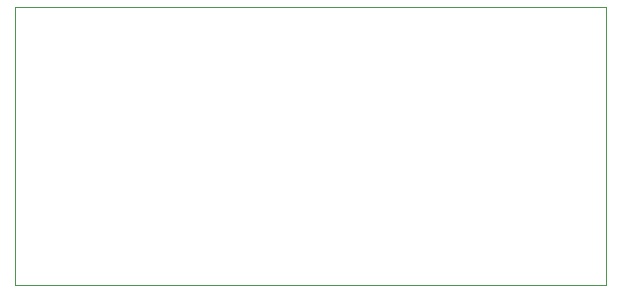
<source format=gm1>
%TF.GenerationSoftware,KiCad,Pcbnew,8.0.4*%
%TF.CreationDate,2025-01-04T18:22:51+00:00*%
%TF.ProjectId,r1283_power,72313238-335f-4706-9f77-65722e6b6963,rev?*%
%TF.SameCoordinates,Original*%
%TF.FileFunction,Profile,NP*%
%FSLAX46Y46*%
G04 Gerber Fmt 4.6, Leading zero omitted, Abs format (unit mm)*
G04 Created by KiCad (PCBNEW 8.0.4) date 2025-01-04 18:22:51*
%MOMM*%
%LPD*%
G01*
G04 APERTURE LIST*
%TA.AperFunction,Profile*%
%ADD10C,0.050000*%
%TD*%
G04 APERTURE END LIST*
D10*
X50000000Y-50000000D02*
X100000000Y-50000000D01*
X100000000Y-73500000D01*
X50000000Y-73500000D01*
X50000000Y-50000000D01*
M02*

</source>
